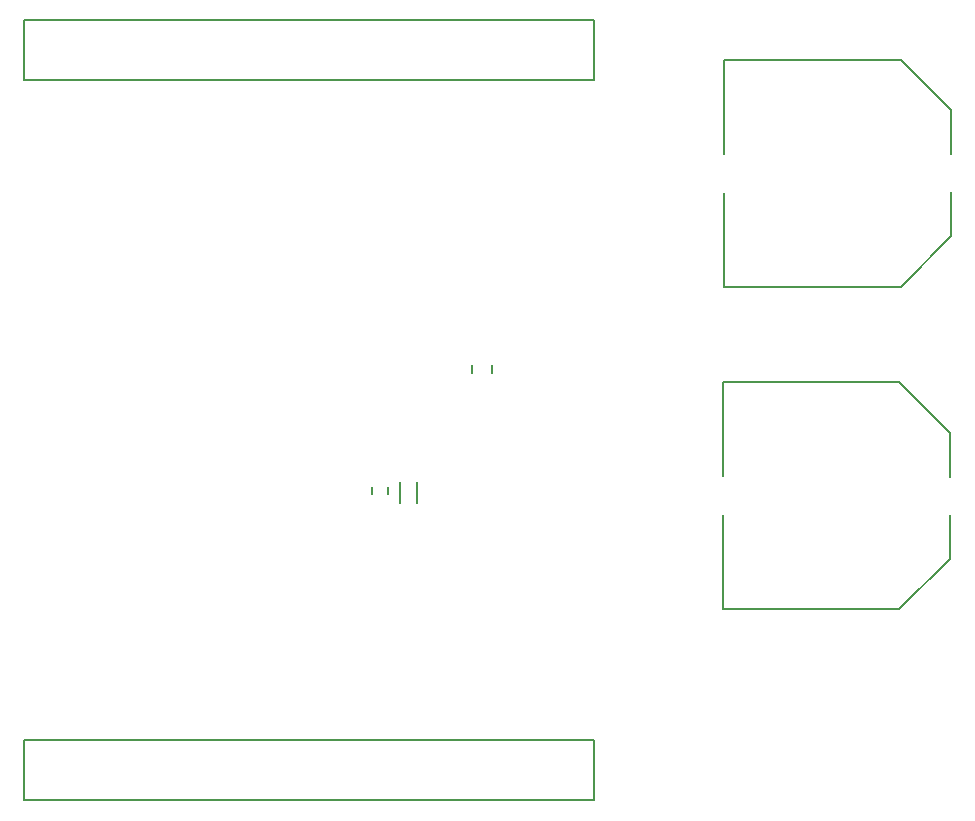
<source format=gbo>
G04*
G04 #@! TF.GenerationSoftware,Altium Limited,Altium Designer,19.1.8 (144)*
G04*
G04 Layer_Color=32896*
%FSLAX25Y25*%
%MOIN*%
G70*
G01*
G75*
%ADD12C,0.00787*%
%ADD117C,0.00700*%
D12*
X199902Y277067D02*
Y279429D01*
X193209Y277067D02*
Y279429D01*
X165205Y236510D02*
Y238872D01*
X159890Y236510D02*
Y238872D01*
X169095Y233573D02*
Y240659D01*
X175000Y233573D02*
Y240659D01*
X44000Y374500D02*
X234000D01*
X44000Y394500D02*
X234000D01*
Y374500D02*
Y394500D01*
X44000Y374500D02*
Y394500D01*
Y134500D02*
Y154500D01*
X234000Y134500D02*
Y154500D01*
X44000D02*
X234000D01*
X44000Y134500D02*
X234000D01*
D117*
X335539Y198205D02*
X352370Y215035D01*
Y229593D01*
X276780Y198205D02*
Y229577D01*
Y198205D02*
X335539D01*
X276780Y273795D02*
X335539D01*
X276780Y242423D02*
Y273795D01*
X352370Y242407D02*
Y256965D01*
X335539Y273795D02*
X352370Y256965D01*
X336039Y305705D02*
X352870Y322535D01*
Y337093D01*
X277279Y305705D02*
Y337077D01*
Y305705D02*
X336039D01*
X277279Y381295D02*
X336039D01*
X277279Y349923D02*
Y381295D01*
X352870Y349907D02*
Y364465D01*
X336039Y381295D02*
X352870Y364465D01*
M02*

</source>
